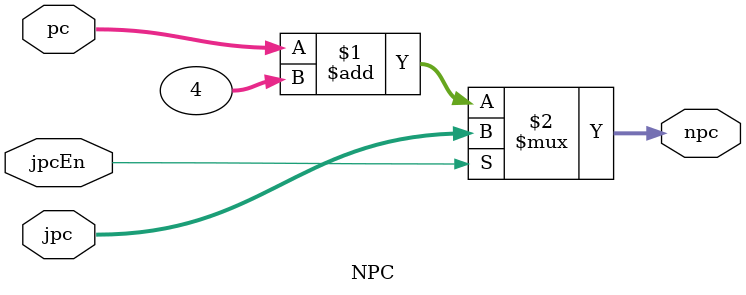
<source format=sv>
`timescale 1ns / 1ps


module NPC(
    input   [31:0]  pc,
    input   [31:0]  jpc,
    input           jpcEn,
    output  [31:0]  npc
    );
    assign npc = jpcEn ? jpc : (pc + 32'h00000004);
endmodule

</source>
